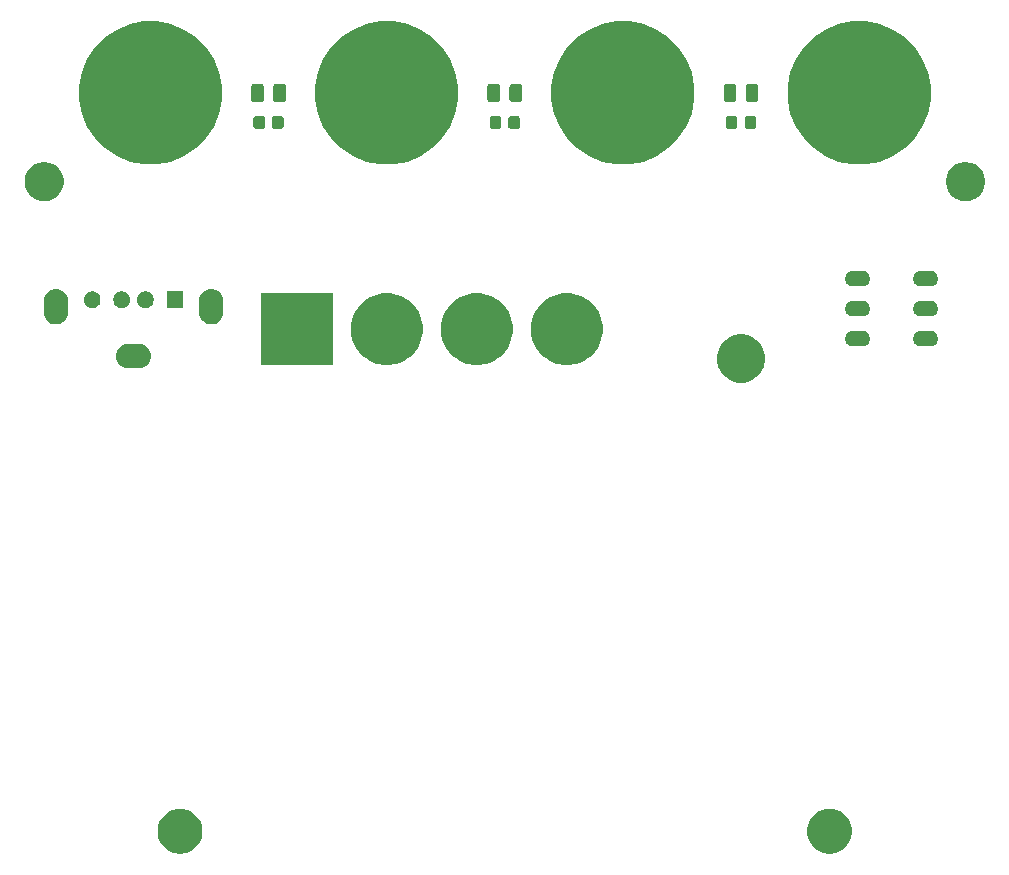
<source format=gbr>
G04 #@! TF.GenerationSoftware,KiCad,Pcbnew,5.1.5-52549c5~84~ubuntu18.04.1*
G04 #@! TF.CreationDate,2020-01-23T13:37:20+00:00*
G04 #@! TF.ProjectId,HW-lab-power,48572d6c-6162-42d7-906f-7765722e6b69,rev?*
G04 #@! TF.SameCoordinates,Original*
G04 #@! TF.FileFunction,Soldermask,Top*
G04 #@! TF.FilePolarity,Negative*
%FSLAX46Y46*%
G04 Gerber Fmt 4.6, Leading zero omitted, Abs format (unit mm)*
G04 Created by KiCad (PCBNEW 5.1.5-52549c5~84~ubuntu18.04.1) date 2020-01-23 13:37:20*
%MOMM*%
%LPD*%
G04 APERTURE LIST*
%ADD10C,0.100000*%
G04 APERTURE END LIST*
D10*
G36*
X175370866Y-130635527D02*
G01*
X175554501Y-130672054D01*
X175900461Y-130815356D01*
X176211817Y-131023397D01*
X176476603Y-131288183D01*
X176684644Y-131599539D01*
X176827946Y-131945499D01*
X176901000Y-132312768D01*
X176901000Y-132687232D01*
X176827946Y-133054501D01*
X176684644Y-133400461D01*
X176476603Y-133711817D01*
X176211817Y-133976603D01*
X175900461Y-134184644D01*
X175554501Y-134327946D01*
X175370866Y-134364473D01*
X175187233Y-134401000D01*
X174812767Y-134401000D01*
X174629134Y-134364473D01*
X174445499Y-134327946D01*
X174099539Y-134184644D01*
X173788183Y-133976603D01*
X173523397Y-133711817D01*
X173315356Y-133400461D01*
X173172054Y-133054501D01*
X173099000Y-132687232D01*
X173099000Y-132312768D01*
X173172054Y-131945499D01*
X173315356Y-131599539D01*
X173523397Y-131288183D01*
X173788183Y-131023397D01*
X174099539Y-130815356D01*
X174445499Y-130672054D01*
X174629134Y-130635527D01*
X174812767Y-130599000D01*
X175187233Y-130599000D01*
X175370866Y-130635527D01*
G37*
G36*
X120370866Y-130635527D02*
G01*
X120554501Y-130672054D01*
X120900461Y-130815356D01*
X121211817Y-131023397D01*
X121476603Y-131288183D01*
X121684644Y-131599539D01*
X121827946Y-131945499D01*
X121901000Y-132312768D01*
X121901000Y-132687232D01*
X121827946Y-133054501D01*
X121684644Y-133400461D01*
X121476603Y-133711817D01*
X121211817Y-133976603D01*
X120900461Y-134184644D01*
X120554501Y-134327946D01*
X120370866Y-134364473D01*
X120187233Y-134401000D01*
X119812767Y-134401000D01*
X119629134Y-134364473D01*
X119445499Y-134327946D01*
X119099539Y-134184644D01*
X118788183Y-133976603D01*
X118523397Y-133711817D01*
X118315356Y-133400461D01*
X118172054Y-133054501D01*
X118099000Y-132687232D01*
X118099000Y-132312768D01*
X118172054Y-131945499D01*
X118315356Y-131599539D01*
X118523397Y-131288183D01*
X118788183Y-131023397D01*
X119099539Y-130815356D01*
X119445499Y-130672054D01*
X119629134Y-130635527D01*
X119812767Y-130599000D01*
X120187233Y-130599000D01*
X120370866Y-130635527D01*
G37*
G36*
X168098326Y-90527578D02*
G01*
X168471629Y-90682205D01*
X168471631Y-90682206D01*
X168807596Y-90906690D01*
X169093310Y-91192404D01*
X169317794Y-91528369D01*
X169317795Y-91528371D01*
X169472422Y-91901674D01*
X169551250Y-92297968D01*
X169551250Y-92702032D01*
X169472422Y-93098326D01*
X169426464Y-93209278D01*
X169317794Y-93471631D01*
X169093310Y-93807596D01*
X168807596Y-94093310D01*
X168471631Y-94317794D01*
X168471630Y-94317795D01*
X168471629Y-94317795D01*
X168098326Y-94472422D01*
X167702032Y-94551250D01*
X167297968Y-94551250D01*
X166901674Y-94472422D01*
X166528371Y-94317795D01*
X166528370Y-94317795D01*
X166528369Y-94317794D01*
X166192404Y-94093310D01*
X165906690Y-93807596D01*
X165682206Y-93471631D01*
X165573536Y-93209278D01*
X165527578Y-93098326D01*
X165448750Y-92702032D01*
X165448750Y-92297968D01*
X165527578Y-91901674D01*
X165682205Y-91528371D01*
X165682206Y-91528369D01*
X165906690Y-91192404D01*
X166192404Y-90906690D01*
X166528369Y-90682206D01*
X166528371Y-90682205D01*
X166901674Y-90527578D01*
X167297968Y-90448750D01*
X167702032Y-90448750D01*
X168098326Y-90527578D01*
G37*
G36*
X116766228Y-91293483D02*
G01*
X116954922Y-91350723D01*
X117128815Y-91443671D01*
X117281239Y-91568761D01*
X117406329Y-91721185D01*
X117499277Y-91895078D01*
X117556517Y-92083772D01*
X117575843Y-92280000D01*
X117556517Y-92476228D01*
X117499277Y-92664922D01*
X117406329Y-92838815D01*
X117281239Y-92991239D01*
X117128815Y-93116329D01*
X116954922Y-93209277D01*
X116766228Y-93266517D01*
X116619175Y-93281000D01*
X115520825Y-93281000D01*
X115373772Y-93266517D01*
X115185078Y-93209277D01*
X115011185Y-93116329D01*
X114858761Y-92991239D01*
X114733671Y-92838815D01*
X114640723Y-92664922D01*
X114583483Y-92476228D01*
X114564157Y-92280000D01*
X114583483Y-92083772D01*
X114640723Y-91895078D01*
X114733671Y-91721185D01*
X114858761Y-91568761D01*
X115011185Y-91443671D01*
X115185078Y-91350723D01*
X115373772Y-91293483D01*
X115520825Y-91279000D01*
X116619175Y-91279000D01*
X116766228Y-91293483D01*
G37*
G36*
X132930740Y-93050740D02*
G01*
X126829260Y-93050740D01*
X126829260Y-86949260D01*
X132930740Y-86949260D01*
X132930740Y-93050740D01*
G37*
G36*
X153071818Y-86955495D02*
G01*
X153629868Y-87066498D01*
X154185067Y-87296469D01*
X154386343Y-87430958D01*
X154684733Y-87630335D01*
X155109665Y-88055267D01*
X155207040Y-88201000D01*
X155443531Y-88554933D01*
X155673502Y-89110132D01*
X155683186Y-89158816D01*
X155790740Y-89699527D01*
X155790740Y-90300473D01*
X155765657Y-90426574D01*
X155673502Y-90889868D01*
X155443531Y-91445067D01*
X155360880Y-91568762D01*
X155109665Y-91944733D01*
X154684733Y-92369665D01*
X154525249Y-92476228D01*
X154185067Y-92703531D01*
X153629868Y-92933502D01*
X153339609Y-92991238D01*
X153040473Y-93050740D01*
X152439527Y-93050740D01*
X152140391Y-92991238D01*
X151850132Y-92933502D01*
X151294933Y-92703531D01*
X150954751Y-92476228D01*
X150795267Y-92369665D01*
X150370335Y-91944733D01*
X150119120Y-91568762D01*
X150036469Y-91445067D01*
X149806498Y-90889868D01*
X149714343Y-90426574D01*
X149689260Y-90300473D01*
X149689260Y-89699527D01*
X149796814Y-89158816D01*
X149806498Y-89110132D01*
X150036469Y-88554933D01*
X150272960Y-88201000D01*
X150370335Y-88055267D01*
X150795267Y-87630335D01*
X151093657Y-87430958D01*
X151294933Y-87296469D01*
X151850132Y-87066498D01*
X152408182Y-86955495D01*
X152439527Y-86949260D01*
X153040473Y-86949260D01*
X153071818Y-86955495D01*
G37*
G36*
X145451818Y-86955495D02*
G01*
X146009868Y-87066498D01*
X146565067Y-87296469D01*
X146766343Y-87430958D01*
X147064733Y-87630335D01*
X147489665Y-88055267D01*
X147587040Y-88201000D01*
X147823531Y-88554933D01*
X148053502Y-89110132D01*
X148063186Y-89158816D01*
X148170740Y-89699527D01*
X148170740Y-90300473D01*
X148145657Y-90426574D01*
X148053502Y-90889868D01*
X147823531Y-91445067D01*
X147740880Y-91568762D01*
X147489665Y-91944733D01*
X147064733Y-92369665D01*
X146905249Y-92476228D01*
X146565067Y-92703531D01*
X146009868Y-92933502D01*
X145719609Y-92991238D01*
X145420473Y-93050740D01*
X144819527Y-93050740D01*
X144520391Y-92991238D01*
X144230132Y-92933502D01*
X143674933Y-92703531D01*
X143334751Y-92476228D01*
X143175267Y-92369665D01*
X142750335Y-91944733D01*
X142499120Y-91568762D01*
X142416469Y-91445067D01*
X142186498Y-90889868D01*
X142094343Y-90426574D01*
X142069260Y-90300473D01*
X142069260Y-89699527D01*
X142176814Y-89158816D01*
X142186498Y-89110132D01*
X142416469Y-88554933D01*
X142652960Y-88201000D01*
X142750335Y-88055267D01*
X143175267Y-87630335D01*
X143473657Y-87430958D01*
X143674933Y-87296469D01*
X144230132Y-87066498D01*
X144788182Y-86955495D01*
X144819527Y-86949260D01*
X145420473Y-86949260D01*
X145451818Y-86955495D01*
G37*
G36*
X137831818Y-86955495D02*
G01*
X138389868Y-87066498D01*
X138945067Y-87296469D01*
X139146343Y-87430958D01*
X139444733Y-87630335D01*
X139869665Y-88055267D01*
X139967040Y-88201000D01*
X140203531Y-88554933D01*
X140433502Y-89110132D01*
X140443186Y-89158816D01*
X140550740Y-89699527D01*
X140550740Y-90300473D01*
X140525657Y-90426574D01*
X140433502Y-90889868D01*
X140203531Y-91445067D01*
X140120880Y-91568762D01*
X139869665Y-91944733D01*
X139444733Y-92369665D01*
X139285249Y-92476228D01*
X138945067Y-92703531D01*
X138389868Y-92933502D01*
X138099609Y-92991238D01*
X137800473Y-93050740D01*
X137199527Y-93050740D01*
X136900391Y-92991238D01*
X136610132Y-92933502D01*
X136054933Y-92703531D01*
X135714751Y-92476228D01*
X135555267Y-92369665D01*
X135130335Y-91944733D01*
X134879120Y-91568762D01*
X134796469Y-91445067D01*
X134566498Y-90889868D01*
X134474343Y-90426574D01*
X134449260Y-90300473D01*
X134449260Y-89699527D01*
X134556814Y-89158816D01*
X134566498Y-89110132D01*
X134796469Y-88554933D01*
X135032960Y-88201000D01*
X135130335Y-88055267D01*
X135555267Y-87630335D01*
X135853657Y-87430958D01*
X136054933Y-87296469D01*
X136610132Y-87066498D01*
X137168182Y-86955495D01*
X137199527Y-86949260D01*
X137800473Y-86949260D01*
X137831818Y-86955495D01*
G37*
G36*
X177838855Y-90142140D02*
G01*
X177902618Y-90148420D01*
X177993404Y-90175960D01*
X178025336Y-90185646D01*
X178138425Y-90246094D01*
X178237554Y-90327446D01*
X178318906Y-90426575D01*
X178379354Y-90539664D01*
X178379355Y-90539668D01*
X178416580Y-90662382D01*
X178429149Y-90790000D01*
X178416580Y-90917618D01*
X178389040Y-91008404D01*
X178379354Y-91040336D01*
X178318906Y-91153425D01*
X178237554Y-91252554D01*
X178138425Y-91333906D01*
X178025336Y-91394354D01*
X177993404Y-91404040D01*
X177902618Y-91431580D01*
X177838855Y-91437860D01*
X177806974Y-91441000D01*
X176943026Y-91441000D01*
X176911145Y-91437860D01*
X176847382Y-91431580D01*
X176756596Y-91404040D01*
X176724664Y-91394354D01*
X176611575Y-91333906D01*
X176512446Y-91252554D01*
X176431094Y-91153425D01*
X176370646Y-91040336D01*
X176360960Y-91008404D01*
X176333420Y-90917618D01*
X176320851Y-90790000D01*
X176333420Y-90662382D01*
X176370645Y-90539668D01*
X176370646Y-90539664D01*
X176431094Y-90426575D01*
X176512446Y-90327446D01*
X176611575Y-90246094D01*
X176724664Y-90185646D01*
X176756596Y-90175960D01*
X176847382Y-90148420D01*
X176911145Y-90142140D01*
X176943026Y-90139000D01*
X177806974Y-90139000D01*
X177838855Y-90142140D01*
G37*
G36*
X183588855Y-90142140D02*
G01*
X183652618Y-90148420D01*
X183743404Y-90175960D01*
X183775336Y-90185646D01*
X183888425Y-90246094D01*
X183987554Y-90327446D01*
X184068906Y-90426575D01*
X184129354Y-90539664D01*
X184129355Y-90539668D01*
X184166580Y-90662382D01*
X184179149Y-90790000D01*
X184166580Y-90917618D01*
X184139040Y-91008404D01*
X184129354Y-91040336D01*
X184068906Y-91153425D01*
X183987554Y-91252554D01*
X183888425Y-91333906D01*
X183775336Y-91394354D01*
X183743404Y-91404040D01*
X183652618Y-91431580D01*
X183588855Y-91437860D01*
X183556974Y-91441000D01*
X182693026Y-91441000D01*
X182661145Y-91437860D01*
X182597382Y-91431580D01*
X182506596Y-91404040D01*
X182474664Y-91394354D01*
X182361575Y-91333906D01*
X182262446Y-91252554D01*
X182181094Y-91153425D01*
X182120646Y-91040336D01*
X182110960Y-91008404D01*
X182083420Y-90917618D01*
X182070851Y-90790000D01*
X182083420Y-90662382D01*
X182120645Y-90539668D01*
X182120646Y-90539664D01*
X182181094Y-90426575D01*
X182262446Y-90327446D01*
X182361575Y-90246094D01*
X182474664Y-90185646D01*
X182506596Y-90175960D01*
X182597382Y-90148420D01*
X182661145Y-90142140D01*
X182693026Y-90139000D01*
X183556974Y-90139000D01*
X183588855Y-90142140D01*
G37*
G36*
X122836227Y-86613483D02*
G01*
X123024921Y-86670723D01*
X123198815Y-86763671D01*
X123351239Y-86888761D01*
X123476329Y-87041185D01*
X123569277Y-87215078D01*
X123626517Y-87403772D01*
X123641000Y-87550825D01*
X123641000Y-88649175D01*
X123626517Y-88796228D01*
X123569277Y-88984922D01*
X123476329Y-89158815D01*
X123351239Y-89311239D01*
X123198815Y-89436329D01*
X123024922Y-89529277D01*
X122836228Y-89586517D01*
X122640000Y-89605843D01*
X122443773Y-89586517D01*
X122255079Y-89529277D01*
X122081186Y-89436329D01*
X121928762Y-89311239D01*
X121803672Y-89158815D01*
X121710722Y-88984919D01*
X121653483Y-88796231D01*
X121639000Y-88649175D01*
X121639000Y-87550826D01*
X121653483Y-87403773D01*
X121710723Y-87215079D01*
X121803671Y-87041185D01*
X121928761Y-86888761D01*
X122081185Y-86763671D01*
X122255078Y-86670723D01*
X122443772Y-86613483D01*
X122640000Y-86594157D01*
X122836227Y-86613483D01*
G37*
G36*
X109696228Y-86613483D02*
G01*
X109884922Y-86670723D01*
X110058815Y-86763671D01*
X110211239Y-86888761D01*
X110336329Y-87041185D01*
X110429277Y-87215078D01*
X110486517Y-87403772D01*
X110501000Y-87550825D01*
X110501000Y-88649175D01*
X110486517Y-88796228D01*
X110429277Y-88984922D01*
X110336329Y-89158815D01*
X110211239Y-89311239D01*
X110058815Y-89436329D01*
X109884921Y-89529277D01*
X109696227Y-89586517D01*
X109500000Y-89605843D01*
X109303772Y-89586517D01*
X109115078Y-89529277D01*
X108941185Y-89436329D01*
X108788761Y-89311239D01*
X108663671Y-89158815D01*
X108570723Y-88984921D01*
X108513483Y-88796227D01*
X108499000Y-88649174D01*
X108499000Y-87550825D01*
X108513483Y-87403769D01*
X108570722Y-87215081D01*
X108663672Y-87041185D01*
X108788762Y-86888761D01*
X108941186Y-86763671D01*
X109115079Y-86670723D01*
X109303773Y-86613483D01*
X109500000Y-86594157D01*
X109696228Y-86613483D01*
G37*
G36*
X183588855Y-87602140D02*
G01*
X183652618Y-87608420D01*
X183724865Y-87630336D01*
X183775336Y-87645646D01*
X183888425Y-87706094D01*
X183987554Y-87787446D01*
X184068906Y-87886575D01*
X184129354Y-87999664D01*
X184129355Y-87999668D01*
X184166580Y-88122382D01*
X184179149Y-88250000D01*
X184166580Y-88377618D01*
X184139040Y-88468404D01*
X184129354Y-88500336D01*
X184068906Y-88613425D01*
X183987554Y-88712554D01*
X183888425Y-88793906D01*
X183775336Y-88854354D01*
X183743404Y-88864040D01*
X183652618Y-88891580D01*
X183588855Y-88897860D01*
X183556974Y-88901000D01*
X182693026Y-88901000D01*
X182661145Y-88897860D01*
X182597382Y-88891580D01*
X182506596Y-88864040D01*
X182474664Y-88854354D01*
X182361575Y-88793906D01*
X182262446Y-88712554D01*
X182181094Y-88613425D01*
X182120646Y-88500336D01*
X182110960Y-88468404D01*
X182083420Y-88377618D01*
X182070851Y-88250000D01*
X182083420Y-88122382D01*
X182120645Y-87999668D01*
X182120646Y-87999664D01*
X182181094Y-87886575D01*
X182262446Y-87787446D01*
X182361575Y-87706094D01*
X182474664Y-87645646D01*
X182525135Y-87630336D01*
X182597382Y-87608420D01*
X182661145Y-87602140D01*
X182693026Y-87599000D01*
X183556974Y-87599000D01*
X183588855Y-87602140D01*
G37*
G36*
X177838855Y-87602140D02*
G01*
X177902618Y-87608420D01*
X177974865Y-87630336D01*
X178025336Y-87645646D01*
X178138425Y-87706094D01*
X178237554Y-87787446D01*
X178318906Y-87886575D01*
X178379354Y-87999664D01*
X178379355Y-87999668D01*
X178416580Y-88122382D01*
X178429149Y-88250000D01*
X178416580Y-88377618D01*
X178389040Y-88468404D01*
X178379354Y-88500336D01*
X178318906Y-88613425D01*
X178237554Y-88712554D01*
X178138425Y-88793906D01*
X178025336Y-88854354D01*
X177993404Y-88864040D01*
X177902618Y-88891580D01*
X177838855Y-88897860D01*
X177806974Y-88901000D01*
X176943026Y-88901000D01*
X176911145Y-88897860D01*
X176847382Y-88891580D01*
X176756596Y-88864040D01*
X176724664Y-88854354D01*
X176611575Y-88793906D01*
X176512446Y-88712554D01*
X176431094Y-88613425D01*
X176370646Y-88500336D01*
X176360960Y-88468404D01*
X176333420Y-88377618D01*
X176320851Y-88250000D01*
X176333420Y-88122382D01*
X176370645Y-87999668D01*
X176370646Y-87999664D01*
X176431094Y-87886575D01*
X176512446Y-87787446D01*
X176611575Y-87706094D01*
X176724664Y-87645646D01*
X176775135Y-87630336D01*
X176847382Y-87608420D01*
X176911145Y-87602140D01*
X176943026Y-87599000D01*
X177806974Y-87599000D01*
X177838855Y-87602140D01*
G37*
G36*
X117274473Y-86825938D02*
G01*
X117402049Y-86878782D01*
X117516859Y-86955495D01*
X117614505Y-87053141D01*
X117691218Y-87167951D01*
X117744062Y-87295527D01*
X117771000Y-87430956D01*
X117771000Y-87569044D01*
X117744062Y-87704473D01*
X117691218Y-87832049D01*
X117614505Y-87946859D01*
X117516859Y-88044505D01*
X117402049Y-88121218D01*
X117274473Y-88174062D01*
X117139044Y-88201000D01*
X117000956Y-88201000D01*
X116865527Y-88174062D01*
X116737951Y-88121218D01*
X116623141Y-88044505D01*
X116525495Y-87946859D01*
X116448782Y-87832049D01*
X116395938Y-87704473D01*
X116369000Y-87569044D01*
X116369000Y-87430956D01*
X116395938Y-87295527D01*
X116448782Y-87167951D01*
X116525495Y-87053141D01*
X116623141Y-86955495D01*
X116737951Y-86878782D01*
X116865527Y-86825938D01*
X117000956Y-86799000D01*
X117139044Y-86799000D01*
X117274473Y-86825938D01*
G37*
G36*
X115274473Y-86825938D02*
G01*
X115402049Y-86878782D01*
X115516859Y-86955495D01*
X115614505Y-87053141D01*
X115691218Y-87167951D01*
X115744062Y-87295527D01*
X115771000Y-87430956D01*
X115771000Y-87569044D01*
X115744062Y-87704473D01*
X115691218Y-87832049D01*
X115614505Y-87946859D01*
X115516859Y-88044505D01*
X115402049Y-88121218D01*
X115274473Y-88174062D01*
X115139044Y-88201000D01*
X115000956Y-88201000D01*
X114865527Y-88174062D01*
X114737951Y-88121218D01*
X114623141Y-88044505D01*
X114525495Y-87946859D01*
X114448782Y-87832049D01*
X114395938Y-87704473D01*
X114369000Y-87569044D01*
X114369000Y-87430956D01*
X114395938Y-87295527D01*
X114448782Y-87167951D01*
X114525495Y-87053141D01*
X114623141Y-86955495D01*
X114737951Y-86878782D01*
X114865527Y-86825938D01*
X115000956Y-86799000D01*
X115139044Y-86799000D01*
X115274473Y-86825938D01*
G37*
G36*
X112774473Y-86825938D02*
G01*
X112902049Y-86878782D01*
X113016859Y-86955495D01*
X113114505Y-87053141D01*
X113191218Y-87167951D01*
X113244062Y-87295527D01*
X113271000Y-87430956D01*
X113271000Y-87569044D01*
X113244062Y-87704473D01*
X113191218Y-87832049D01*
X113114505Y-87946859D01*
X113016859Y-88044505D01*
X112902049Y-88121218D01*
X112774473Y-88174062D01*
X112639044Y-88201000D01*
X112500956Y-88201000D01*
X112365527Y-88174062D01*
X112237951Y-88121218D01*
X112123141Y-88044505D01*
X112025495Y-87946859D01*
X111948782Y-87832049D01*
X111895938Y-87704473D01*
X111869000Y-87569044D01*
X111869000Y-87430956D01*
X111895938Y-87295527D01*
X111948782Y-87167951D01*
X112025495Y-87053141D01*
X112123141Y-86955495D01*
X112237951Y-86878782D01*
X112365527Y-86825938D01*
X112500956Y-86799000D01*
X112639044Y-86799000D01*
X112774473Y-86825938D01*
G37*
G36*
X120271000Y-88201000D02*
G01*
X118869000Y-88201000D01*
X118869000Y-86799000D01*
X120271000Y-86799000D01*
X120271000Y-88201000D01*
G37*
G36*
X177838855Y-85062140D02*
G01*
X177902618Y-85068420D01*
X177993404Y-85095960D01*
X178025336Y-85105646D01*
X178138425Y-85166094D01*
X178237554Y-85247446D01*
X178318906Y-85346575D01*
X178379354Y-85459664D01*
X178379355Y-85459668D01*
X178416580Y-85582382D01*
X178429149Y-85710000D01*
X178416580Y-85837618D01*
X178389040Y-85928404D01*
X178379354Y-85960336D01*
X178318906Y-86073425D01*
X178237554Y-86172554D01*
X178138425Y-86253906D01*
X178025336Y-86314354D01*
X177993404Y-86324040D01*
X177902618Y-86351580D01*
X177838855Y-86357860D01*
X177806974Y-86361000D01*
X176943026Y-86361000D01*
X176911145Y-86357860D01*
X176847382Y-86351580D01*
X176756596Y-86324040D01*
X176724664Y-86314354D01*
X176611575Y-86253906D01*
X176512446Y-86172554D01*
X176431094Y-86073425D01*
X176370646Y-85960336D01*
X176360960Y-85928404D01*
X176333420Y-85837618D01*
X176320851Y-85710000D01*
X176333420Y-85582382D01*
X176370645Y-85459668D01*
X176370646Y-85459664D01*
X176431094Y-85346575D01*
X176512446Y-85247446D01*
X176611575Y-85166094D01*
X176724664Y-85105646D01*
X176756596Y-85095960D01*
X176847382Y-85068420D01*
X176911145Y-85062140D01*
X176943026Y-85059000D01*
X177806974Y-85059000D01*
X177838855Y-85062140D01*
G37*
G36*
X183588855Y-85062140D02*
G01*
X183652618Y-85068420D01*
X183743404Y-85095960D01*
X183775336Y-85105646D01*
X183888425Y-85166094D01*
X183987554Y-85247446D01*
X184068906Y-85346575D01*
X184129354Y-85459664D01*
X184129355Y-85459668D01*
X184166580Y-85582382D01*
X184179149Y-85710000D01*
X184166580Y-85837618D01*
X184139040Y-85928404D01*
X184129354Y-85960336D01*
X184068906Y-86073425D01*
X183987554Y-86172554D01*
X183888425Y-86253906D01*
X183775336Y-86314354D01*
X183743404Y-86324040D01*
X183652618Y-86351580D01*
X183588855Y-86357860D01*
X183556974Y-86361000D01*
X182693026Y-86361000D01*
X182661145Y-86357860D01*
X182597382Y-86351580D01*
X182506596Y-86324040D01*
X182474664Y-86314354D01*
X182361575Y-86253906D01*
X182262446Y-86172554D01*
X182181094Y-86073425D01*
X182120646Y-85960336D01*
X182110960Y-85928404D01*
X182083420Y-85837618D01*
X182070851Y-85710000D01*
X182083420Y-85582382D01*
X182120645Y-85459668D01*
X182120646Y-85459664D01*
X182181094Y-85346575D01*
X182262446Y-85247446D01*
X182361575Y-85166094D01*
X182474664Y-85105646D01*
X182506596Y-85095960D01*
X182597382Y-85068420D01*
X182661145Y-85062140D01*
X182693026Y-85059000D01*
X183556974Y-85059000D01*
X183588855Y-85062140D01*
G37*
G36*
X186875256Y-75891298D02*
G01*
X186981579Y-75912447D01*
X187282042Y-76036903D01*
X187552451Y-76217585D01*
X187782415Y-76447549D01*
X187963097Y-76717958D01*
X188087553Y-77018421D01*
X188151000Y-77337391D01*
X188151000Y-77662609D01*
X188087553Y-77981579D01*
X187963097Y-78282042D01*
X187782415Y-78552451D01*
X187552451Y-78782415D01*
X187282042Y-78963097D01*
X186981579Y-79087553D01*
X186875256Y-79108702D01*
X186662611Y-79151000D01*
X186337389Y-79151000D01*
X186124744Y-79108702D01*
X186018421Y-79087553D01*
X185717958Y-78963097D01*
X185447549Y-78782415D01*
X185217585Y-78552451D01*
X185036903Y-78282042D01*
X184912447Y-77981579D01*
X184849000Y-77662609D01*
X184849000Y-77337391D01*
X184912447Y-77018421D01*
X185036903Y-76717958D01*
X185217585Y-76447549D01*
X185447549Y-76217585D01*
X185717958Y-76036903D01*
X186018421Y-75912447D01*
X186124744Y-75891298D01*
X186337389Y-75849000D01*
X186662611Y-75849000D01*
X186875256Y-75891298D01*
G37*
G36*
X108875256Y-75891298D02*
G01*
X108981579Y-75912447D01*
X109282042Y-76036903D01*
X109552451Y-76217585D01*
X109782415Y-76447549D01*
X109963097Y-76717958D01*
X110087553Y-77018421D01*
X110151000Y-77337391D01*
X110151000Y-77662609D01*
X110087553Y-77981579D01*
X109963097Y-78282042D01*
X109782415Y-78552451D01*
X109552451Y-78782415D01*
X109282042Y-78963097D01*
X108981579Y-79087553D01*
X108875256Y-79108702D01*
X108662611Y-79151000D01*
X108337389Y-79151000D01*
X108124744Y-79108702D01*
X108018421Y-79087553D01*
X107717958Y-78963097D01*
X107447549Y-78782415D01*
X107217585Y-78552451D01*
X107036903Y-78282042D01*
X106912447Y-77981579D01*
X106849000Y-77662609D01*
X106849000Y-77337391D01*
X106912447Y-77018421D01*
X107036903Y-76717958D01*
X107217585Y-76447549D01*
X107447549Y-76217585D01*
X107717958Y-76036903D01*
X108018421Y-75912447D01*
X108124744Y-75891298D01*
X108337389Y-75849000D01*
X108662611Y-75849000D01*
X108875256Y-75891298D01*
G37*
G36*
X139265010Y-64181536D02*
G01*
X140366222Y-64637673D01*
X141357287Y-65299881D01*
X142200119Y-66142713D01*
X142862327Y-67133778D01*
X143318464Y-68234990D01*
X143551000Y-69404027D01*
X143551000Y-70595973D01*
X143318464Y-71765010D01*
X142862327Y-72866222D01*
X142200119Y-73857287D01*
X141357287Y-74700119D01*
X140366222Y-75362327D01*
X139265010Y-75818464D01*
X138095973Y-76051000D01*
X136904027Y-76051000D01*
X135734990Y-75818464D01*
X134633778Y-75362327D01*
X133642713Y-74700119D01*
X132799881Y-73857287D01*
X132137673Y-72866222D01*
X131681536Y-71765010D01*
X131449000Y-70595973D01*
X131449000Y-69404027D01*
X131681536Y-68234990D01*
X132137673Y-67133778D01*
X132799881Y-66142713D01*
X133642713Y-65299881D01*
X134633778Y-64637673D01*
X135734990Y-64181536D01*
X136904027Y-63949000D01*
X138095973Y-63949000D01*
X139265010Y-64181536D01*
G37*
G36*
X179265010Y-64181536D02*
G01*
X180366222Y-64637673D01*
X181357287Y-65299881D01*
X182200119Y-66142713D01*
X182862327Y-67133778D01*
X183318464Y-68234990D01*
X183551000Y-69404027D01*
X183551000Y-70595973D01*
X183318464Y-71765010D01*
X182862327Y-72866222D01*
X182200119Y-73857287D01*
X181357287Y-74700119D01*
X180366222Y-75362327D01*
X179265010Y-75818464D01*
X178095973Y-76051000D01*
X176904027Y-76051000D01*
X175734990Y-75818464D01*
X174633778Y-75362327D01*
X173642713Y-74700119D01*
X172799881Y-73857287D01*
X172137673Y-72866222D01*
X171681536Y-71765010D01*
X171449000Y-70595973D01*
X171449000Y-69404027D01*
X171681536Y-68234990D01*
X172137673Y-67133778D01*
X172799881Y-66142713D01*
X173642713Y-65299881D01*
X174633778Y-64637673D01*
X175734990Y-64181536D01*
X176904027Y-63949000D01*
X178095973Y-63949000D01*
X179265010Y-64181536D01*
G37*
G36*
X159265010Y-64181536D02*
G01*
X160366222Y-64637673D01*
X161357287Y-65299881D01*
X162200119Y-66142713D01*
X162862327Y-67133778D01*
X163318464Y-68234990D01*
X163551000Y-69404027D01*
X163551000Y-70595973D01*
X163318464Y-71765010D01*
X162862327Y-72866222D01*
X162200119Y-73857287D01*
X161357287Y-74700119D01*
X160366222Y-75362327D01*
X159265010Y-75818464D01*
X158095973Y-76051000D01*
X156904027Y-76051000D01*
X155734990Y-75818464D01*
X154633778Y-75362327D01*
X153642713Y-74700119D01*
X152799881Y-73857287D01*
X152137673Y-72866222D01*
X151681536Y-71765010D01*
X151449000Y-70595973D01*
X151449000Y-69404027D01*
X151681536Y-68234990D01*
X152137673Y-67133778D01*
X152799881Y-66142713D01*
X153642713Y-65299881D01*
X154633778Y-64637673D01*
X155734990Y-64181536D01*
X156904027Y-63949000D01*
X158095973Y-63949000D01*
X159265010Y-64181536D01*
G37*
G36*
X119265010Y-64181536D02*
G01*
X120366222Y-64637673D01*
X121357287Y-65299881D01*
X122200119Y-66142713D01*
X122862327Y-67133778D01*
X123318464Y-68234990D01*
X123551000Y-69404027D01*
X123551000Y-70595973D01*
X123318464Y-71765010D01*
X122862327Y-72866222D01*
X122200119Y-73857287D01*
X121357287Y-74700119D01*
X120366222Y-75362327D01*
X119265010Y-75818464D01*
X118095973Y-76051000D01*
X116904027Y-76051000D01*
X115734990Y-75818464D01*
X114633778Y-75362327D01*
X113642713Y-74700119D01*
X112799881Y-73857287D01*
X112137673Y-72866222D01*
X111681536Y-71765010D01*
X111449000Y-70595973D01*
X111449000Y-69404027D01*
X111681536Y-68234990D01*
X112137673Y-67133778D01*
X112799881Y-66142713D01*
X113642713Y-65299881D01*
X114633778Y-64637673D01*
X115734990Y-64181536D01*
X116904027Y-63949000D01*
X118095973Y-63949000D01*
X119265010Y-64181536D01*
G37*
G36*
X127054591Y-71978085D02*
G01*
X127088569Y-71988393D01*
X127119890Y-72005134D01*
X127147339Y-72027661D01*
X127169866Y-72055110D01*
X127186607Y-72086431D01*
X127196915Y-72120409D01*
X127201000Y-72161890D01*
X127201000Y-72838110D01*
X127196915Y-72879591D01*
X127186607Y-72913569D01*
X127169866Y-72944890D01*
X127147339Y-72972339D01*
X127119890Y-72994866D01*
X127088569Y-73011607D01*
X127054591Y-73021915D01*
X127013110Y-73026000D01*
X126411890Y-73026000D01*
X126370409Y-73021915D01*
X126336431Y-73011607D01*
X126305110Y-72994866D01*
X126277661Y-72972339D01*
X126255134Y-72944890D01*
X126238393Y-72913569D01*
X126228085Y-72879591D01*
X126224000Y-72838110D01*
X126224000Y-72161890D01*
X126228085Y-72120409D01*
X126238393Y-72086431D01*
X126255134Y-72055110D01*
X126277661Y-72027661D01*
X126305110Y-72005134D01*
X126336431Y-71988393D01*
X126370409Y-71978085D01*
X126411890Y-71974000D01*
X127013110Y-71974000D01*
X127054591Y-71978085D01*
G37*
G36*
X168629591Y-71978085D02*
G01*
X168663569Y-71988393D01*
X168694890Y-72005134D01*
X168722339Y-72027661D01*
X168744866Y-72055110D01*
X168761607Y-72086431D01*
X168771915Y-72120409D01*
X168776000Y-72161890D01*
X168776000Y-72838110D01*
X168771915Y-72879591D01*
X168761607Y-72913569D01*
X168744866Y-72944890D01*
X168722339Y-72972339D01*
X168694890Y-72994866D01*
X168663569Y-73011607D01*
X168629591Y-73021915D01*
X168588110Y-73026000D01*
X167986890Y-73026000D01*
X167945409Y-73021915D01*
X167911431Y-73011607D01*
X167880110Y-72994866D01*
X167852661Y-72972339D01*
X167830134Y-72944890D01*
X167813393Y-72913569D01*
X167803085Y-72879591D01*
X167799000Y-72838110D01*
X167799000Y-72161890D01*
X167803085Y-72120409D01*
X167813393Y-72086431D01*
X167830134Y-72055110D01*
X167852661Y-72027661D01*
X167880110Y-72005134D01*
X167911431Y-71988393D01*
X167945409Y-71978085D01*
X167986890Y-71974000D01*
X168588110Y-71974000D01*
X168629591Y-71978085D01*
G37*
G36*
X147054591Y-71978085D02*
G01*
X147088569Y-71988393D01*
X147119890Y-72005134D01*
X147147339Y-72027661D01*
X147169866Y-72055110D01*
X147186607Y-72086431D01*
X147196915Y-72120409D01*
X147201000Y-72161890D01*
X147201000Y-72838110D01*
X147196915Y-72879591D01*
X147186607Y-72913569D01*
X147169866Y-72944890D01*
X147147339Y-72972339D01*
X147119890Y-72994866D01*
X147088569Y-73011607D01*
X147054591Y-73021915D01*
X147013110Y-73026000D01*
X146411890Y-73026000D01*
X146370409Y-73021915D01*
X146336431Y-73011607D01*
X146305110Y-72994866D01*
X146277661Y-72972339D01*
X146255134Y-72944890D01*
X146238393Y-72913569D01*
X146228085Y-72879591D01*
X146224000Y-72838110D01*
X146224000Y-72161890D01*
X146228085Y-72120409D01*
X146238393Y-72086431D01*
X146255134Y-72055110D01*
X146277661Y-72027661D01*
X146305110Y-72005134D01*
X146336431Y-71988393D01*
X146370409Y-71978085D01*
X146411890Y-71974000D01*
X147013110Y-71974000D01*
X147054591Y-71978085D01*
G37*
G36*
X148629591Y-71978085D02*
G01*
X148663569Y-71988393D01*
X148694890Y-72005134D01*
X148722339Y-72027661D01*
X148744866Y-72055110D01*
X148761607Y-72086431D01*
X148771915Y-72120409D01*
X148776000Y-72161890D01*
X148776000Y-72838110D01*
X148771915Y-72879591D01*
X148761607Y-72913569D01*
X148744866Y-72944890D01*
X148722339Y-72972339D01*
X148694890Y-72994866D01*
X148663569Y-73011607D01*
X148629591Y-73021915D01*
X148588110Y-73026000D01*
X147986890Y-73026000D01*
X147945409Y-73021915D01*
X147911431Y-73011607D01*
X147880110Y-72994866D01*
X147852661Y-72972339D01*
X147830134Y-72944890D01*
X147813393Y-72913569D01*
X147803085Y-72879591D01*
X147799000Y-72838110D01*
X147799000Y-72161890D01*
X147803085Y-72120409D01*
X147813393Y-72086431D01*
X147830134Y-72055110D01*
X147852661Y-72027661D01*
X147880110Y-72005134D01*
X147911431Y-71988393D01*
X147945409Y-71978085D01*
X147986890Y-71974000D01*
X148588110Y-71974000D01*
X148629591Y-71978085D01*
G37*
G36*
X128629591Y-71978085D02*
G01*
X128663569Y-71988393D01*
X128694890Y-72005134D01*
X128722339Y-72027661D01*
X128744866Y-72055110D01*
X128761607Y-72086431D01*
X128771915Y-72120409D01*
X128776000Y-72161890D01*
X128776000Y-72838110D01*
X128771915Y-72879591D01*
X128761607Y-72913569D01*
X128744866Y-72944890D01*
X128722339Y-72972339D01*
X128694890Y-72994866D01*
X128663569Y-73011607D01*
X128629591Y-73021915D01*
X128588110Y-73026000D01*
X127986890Y-73026000D01*
X127945409Y-73021915D01*
X127911431Y-73011607D01*
X127880110Y-72994866D01*
X127852661Y-72972339D01*
X127830134Y-72944890D01*
X127813393Y-72913569D01*
X127803085Y-72879591D01*
X127799000Y-72838110D01*
X127799000Y-72161890D01*
X127803085Y-72120409D01*
X127813393Y-72086431D01*
X127830134Y-72055110D01*
X127852661Y-72027661D01*
X127880110Y-72005134D01*
X127911431Y-71988393D01*
X127945409Y-71978085D01*
X127986890Y-71974000D01*
X128588110Y-71974000D01*
X128629591Y-71978085D01*
G37*
G36*
X167054591Y-71978085D02*
G01*
X167088569Y-71988393D01*
X167119890Y-72005134D01*
X167147339Y-72027661D01*
X167169866Y-72055110D01*
X167186607Y-72086431D01*
X167196915Y-72120409D01*
X167201000Y-72161890D01*
X167201000Y-72838110D01*
X167196915Y-72879591D01*
X167186607Y-72913569D01*
X167169866Y-72944890D01*
X167147339Y-72972339D01*
X167119890Y-72994866D01*
X167088569Y-73011607D01*
X167054591Y-73021915D01*
X167013110Y-73026000D01*
X166411890Y-73026000D01*
X166370409Y-73021915D01*
X166336431Y-73011607D01*
X166305110Y-72994866D01*
X166277661Y-72972339D01*
X166255134Y-72944890D01*
X166238393Y-72913569D01*
X166228085Y-72879591D01*
X166224000Y-72838110D01*
X166224000Y-72161890D01*
X166228085Y-72120409D01*
X166238393Y-72086431D01*
X166255134Y-72055110D01*
X166277661Y-72027661D01*
X166305110Y-72005134D01*
X166336431Y-71988393D01*
X166370409Y-71978085D01*
X166411890Y-71974000D01*
X167013110Y-71974000D01*
X167054591Y-71978085D01*
G37*
G36*
X148809468Y-69253565D02*
G01*
X148848138Y-69265296D01*
X148883777Y-69284346D01*
X148915017Y-69309983D01*
X148940654Y-69341223D01*
X148959704Y-69376862D01*
X148971435Y-69415532D01*
X148976000Y-69461888D01*
X148976000Y-70538112D01*
X148971435Y-70584468D01*
X148959704Y-70623138D01*
X148940654Y-70658777D01*
X148915017Y-70690017D01*
X148883777Y-70715654D01*
X148848138Y-70734704D01*
X148809468Y-70746435D01*
X148763112Y-70751000D01*
X148111888Y-70751000D01*
X148065532Y-70746435D01*
X148026862Y-70734704D01*
X147991223Y-70715654D01*
X147959983Y-70690017D01*
X147934346Y-70658777D01*
X147915296Y-70623138D01*
X147903565Y-70584468D01*
X147899000Y-70538112D01*
X147899000Y-69461888D01*
X147903565Y-69415532D01*
X147915296Y-69376862D01*
X147934346Y-69341223D01*
X147959983Y-69309983D01*
X147991223Y-69284346D01*
X148026862Y-69265296D01*
X148065532Y-69253565D01*
X148111888Y-69249000D01*
X148763112Y-69249000D01*
X148809468Y-69253565D01*
G37*
G36*
X128809468Y-69253565D02*
G01*
X128848138Y-69265296D01*
X128883777Y-69284346D01*
X128915017Y-69309983D01*
X128940654Y-69341223D01*
X128959704Y-69376862D01*
X128971435Y-69415532D01*
X128976000Y-69461888D01*
X128976000Y-70538112D01*
X128971435Y-70584468D01*
X128959704Y-70623138D01*
X128940654Y-70658777D01*
X128915017Y-70690017D01*
X128883777Y-70715654D01*
X128848138Y-70734704D01*
X128809468Y-70746435D01*
X128763112Y-70751000D01*
X128111888Y-70751000D01*
X128065532Y-70746435D01*
X128026862Y-70734704D01*
X127991223Y-70715654D01*
X127959983Y-70690017D01*
X127934346Y-70658777D01*
X127915296Y-70623138D01*
X127903565Y-70584468D01*
X127899000Y-70538112D01*
X127899000Y-69461888D01*
X127903565Y-69415532D01*
X127915296Y-69376862D01*
X127934346Y-69341223D01*
X127959983Y-69309983D01*
X127991223Y-69284346D01*
X128026862Y-69265296D01*
X128065532Y-69253565D01*
X128111888Y-69249000D01*
X128763112Y-69249000D01*
X128809468Y-69253565D01*
G37*
G36*
X146934468Y-69253565D02*
G01*
X146973138Y-69265296D01*
X147008777Y-69284346D01*
X147040017Y-69309983D01*
X147065654Y-69341223D01*
X147084704Y-69376862D01*
X147096435Y-69415532D01*
X147101000Y-69461888D01*
X147101000Y-70538112D01*
X147096435Y-70584468D01*
X147084704Y-70623138D01*
X147065654Y-70658777D01*
X147040017Y-70690017D01*
X147008777Y-70715654D01*
X146973138Y-70734704D01*
X146934468Y-70746435D01*
X146888112Y-70751000D01*
X146236888Y-70751000D01*
X146190532Y-70746435D01*
X146151862Y-70734704D01*
X146116223Y-70715654D01*
X146084983Y-70690017D01*
X146059346Y-70658777D01*
X146040296Y-70623138D01*
X146028565Y-70584468D01*
X146024000Y-70538112D01*
X146024000Y-69461888D01*
X146028565Y-69415532D01*
X146040296Y-69376862D01*
X146059346Y-69341223D01*
X146084983Y-69309983D01*
X146116223Y-69284346D01*
X146151862Y-69265296D01*
X146190532Y-69253565D01*
X146236888Y-69249000D01*
X146888112Y-69249000D01*
X146934468Y-69253565D01*
G37*
G36*
X168809468Y-69253565D02*
G01*
X168848138Y-69265296D01*
X168883777Y-69284346D01*
X168915017Y-69309983D01*
X168940654Y-69341223D01*
X168959704Y-69376862D01*
X168971435Y-69415532D01*
X168976000Y-69461888D01*
X168976000Y-70538112D01*
X168971435Y-70584468D01*
X168959704Y-70623138D01*
X168940654Y-70658777D01*
X168915017Y-70690017D01*
X168883777Y-70715654D01*
X168848138Y-70734704D01*
X168809468Y-70746435D01*
X168763112Y-70751000D01*
X168111888Y-70751000D01*
X168065532Y-70746435D01*
X168026862Y-70734704D01*
X167991223Y-70715654D01*
X167959983Y-70690017D01*
X167934346Y-70658777D01*
X167915296Y-70623138D01*
X167903565Y-70584468D01*
X167899000Y-70538112D01*
X167899000Y-69461888D01*
X167903565Y-69415532D01*
X167915296Y-69376862D01*
X167934346Y-69341223D01*
X167959983Y-69309983D01*
X167991223Y-69284346D01*
X168026862Y-69265296D01*
X168065532Y-69253565D01*
X168111888Y-69249000D01*
X168763112Y-69249000D01*
X168809468Y-69253565D01*
G37*
G36*
X126934468Y-69253565D02*
G01*
X126973138Y-69265296D01*
X127008777Y-69284346D01*
X127040017Y-69309983D01*
X127065654Y-69341223D01*
X127084704Y-69376862D01*
X127096435Y-69415532D01*
X127101000Y-69461888D01*
X127101000Y-70538112D01*
X127096435Y-70584468D01*
X127084704Y-70623138D01*
X127065654Y-70658777D01*
X127040017Y-70690017D01*
X127008777Y-70715654D01*
X126973138Y-70734704D01*
X126934468Y-70746435D01*
X126888112Y-70751000D01*
X126236888Y-70751000D01*
X126190532Y-70746435D01*
X126151862Y-70734704D01*
X126116223Y-70715654D01*
X126084983Y-70690017D01*
X126059346Y-70658777D01*
X126040296Y-70623138D01*
X126028565Y-70584468D01*
X126024000Y-70538112D01*
X126024000Y-69461888D01*
X126028565Y-69415532D01*
X126040296Y-69376862D01*
X126059346Y-69341223D01*
X126084983Y-69309983D01*
X126116223Y-69284346D01*
X126151862Y-69265296D01*
X126190532Y-69253565D01*
X126236888Y-69249000D01*
X126888112Y-69249000D01*
X126934468Y-69253565D01*
G37*
G36*
X166934468Y-69253565D02*
G01*
X166973138Y-69265296D01*
X167008777Y-69284346D01*
X167040017Y-69309983D01*
X167065654Y-69341223D01*
X167084704Y-69376862D01*
X167096435Y-69415532D01*
X167101000Y-69461888D01*
X167101000Y-70538112D01*
X167096435Y-70584468D01*
X167084704Y-70623138D01*
X167065654Y-70658777D01*
X167040017Y-70690017D01*
X167008777Y-70715654D01*
X166973138Y-70734704D01*
X166934468Y-70746435D01*
X166888112Y-70751000D01*
X166236888Y-70751000D01*
X166190532Y-70746435D01*
X166151862Y-70734704D01*
X166116223Y-70715654D01*
X166084983Y-70690017D01*
X166059346Y-70658777D01*
X166040296Y-70623138D01*
X166028565Y-70584468D01*
X166024000Y-70538112D01*
X166024000Y-69461888D01*
X166028565Y-69415532D01*
X166040296Y-69376862D01*
X166059346Y-69341223D01*
X166084983Y-69309983D01*
X166116223Y-69284346D01*
X166151862Y-69265296D01*
X166190532Y-69253565D01*
X166236888Y-69249000D01*
X166888112Y-69249000D01*
X166934468Y-69253565D01*
G37*
M02*

</source>
